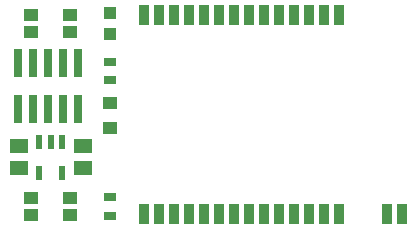
<source format=gbr>
G04 #@! TF.GenerationSoftware,KiCad,Pcbnew,9.0.1*
G04 #@! TF.CreationDate,2025-11-05T13:06:52+03:00*
G04 #@! TF.ProjectId,rpi-cc2652p-uart,7270692d-6363-4323-9635-32702d756172,rev?*
G04 #@! TF.SameCoordinates,Original*
G04 #@! TF.FileFunction,Paste,Top*
G04 #@! TF.FilePolarity,Positive*
%FSLAX46Y46*%
G04 Gerber Fmt 4.6, Leading zero omitted, Abs format (unit mm)*
G04 Created by KiCad (PCBNEW 9.0.1) date 2025-11-05 13:06:52*
%MOMM*%
%LPD*%
G01*
G04 APERTURE LIST*
%ADD10R,0.550000X1.200000*%
%ADD11R,0.940000X1.800000*%
%ADD12R,1.080000X1.050000*%
%ADD13R,1.500000X1.300000*%
%ADD14R,1.150000X1.050000*%
%ADD15R,0.760000X2.400000*%
%ADD16R,1.000000X0.800000*%
%ADD17R,1.200000X1.100000*%
G04 APERTURE END LIST*
D10*
X136151100Y-107253500D03*
X135201100Y-107253500D03*
X134251100Y-107253500D03*
X134251100Y-109853700D03*
X136151100Y-109853700D03*
D11*
X164971100Y-113353600D03*
X159611100Y-96553600D03*
X158341100Y-96553600D03*
X157071100Y-96553600D03*
X155801100Y-96553600D03*
X154531100Y-96553600D03*
X153261100Y-96553600D03*
X151991100Y-96553600D03*
X150721100Y-96553600D03*
X149451100Y-96553600D03*
X143101100Y-113353600D03*
X144371100Y-113353600D03*
X145641100Y-113353600D03*
X146911100Y-113353600D03*
X148181100Y-113353600D03*
X149451100Y-113353600D03*
X150721100Y-113353600D03*
X151991100Y-113353600D03*
X153261100Y-113353600D03*
X154531100Y-113353600D03*
X155801100Y-113353600D03*
X157071100Y-113353600D03*
X158341100Y-113353600D03*
X159611100Y-113353600D03*
X143101100Y-96553600D03*
X163701100Y-113353600D03*
X148181100Y-96553600D03*
X145641100Y-96553600D03*
X146911100Y-96553600D03*
X144371100Y-96553600D03*
D12*
X140201100Y-96378600D03*
X140201100Y-98128600D03*
D13*
X132501100Y-107603600D03*
X132501100Y-109503600D03*
D14*
X133526100Y-112028600D03*
X133526100Y-113478600D03*
X136876100Y-112028600D03*
X136876100Y-113478600D03*
D15*
X132461100Y-104503600D03*
X132461100Y-100603600D03*
X133731100Y-104503600D03*
X133731100Y-100603600D03*
X135001100Y-104503600D03*
X135001100Y-100603600D03*
X136271100Y-104503600D03*
X136271100Y-100603600D03*
X137541100Y-104503600D03*
X137541100Y-100603600D03*
D16*
X140201100Y-100453600D03*
X140201100Y-102053600D03*
X140201100Y-113553600D03*
X140201100Y-111953600D03*
D14*
X136876100Y-97978600D03*
X136876100Y-96528600D03*
X133526100Y-97978600D03*
X133526100Y-96528600D03*
D17*
X140201100Y-106053600D03*
X140201100Y-103953600D03*
D13*
X137901100Y-107603600D03*
X137901100Y-109503600D03*
M02*

</source>
